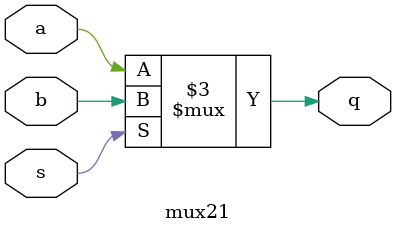
<source format=v>
`timescale 1ns / 1ps


module mux21(
    input a,
    input b,
    input s,
    output reg q
    );
always@(*)
begin
if(s)
q<=b;
else
q<=a;
end
endmodule

</source>
